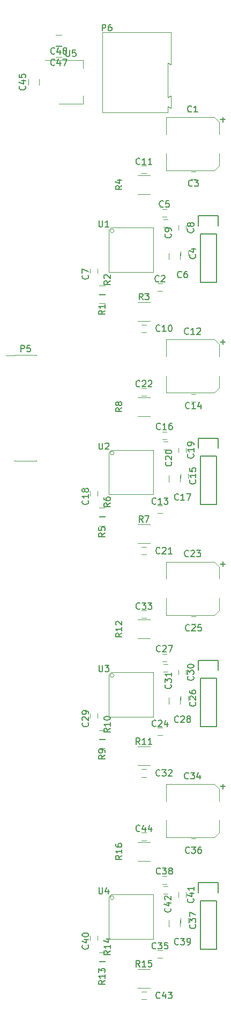
<source format=gbr>
G04 #@! TF.FileFunction,Legend,Top*
%FSLAX46Y46*%
G04 Gerber Fmt 4.6, Leading zero omitted, Abs format (unit mm)*
G04 Created by KiCad (PCBNEW 4.0.1-stable) date 07-10-2017 22:38:10*
%MOMM*%
G01*
G04 APERTURE LIST*
%ADD10C,0.100000*%
%ADD11C,0.120000*%
%ADD12C,0.150000*%
G04 APERTURE END LIST*
D10*
X251300000Y-254400000D02*
G75*
G03X251300000Y-254400000I-300000J0D01*
G01*
X250850000Y-253900000D02*
X250500000Y-254250000D01*
X250500000Y-260900000D02*
X250500000Y-254250000D01*
X257500000Y-260900000D02*
X250500000Y-260900000D01*
X257500000Y-253900000D02*
X257500000Y-260900000D01*
X250850000Y-253900000D02*
X257500000Y-253900000D01*
X251300000Y-219400000D02*
G75*
G03X251300000Y-219400000I-300000J0D01*
G01*
X250850000Y-218900000D02*
X250500000Y-219250000D01*
X250500000Y-225900000D02*
X250500000Y-219250000D01*
X257500000Y-225900000D02*
X250500000Y-225900000D01*
X257500000Y-218900000D02*
X257500000Y-225900000D01*
X250850000Y-218900000D02*
X257500000Y-218900000D01*
D11*
X235553000Y-168977000D02*
X239083000Y-168977000D01*
X235553000Y-185607000D02*
X239083000Y-185607000D01*
X234228000Y-169042000D02*
X235553000Y-169042000D01*
X235553000Y-168977000D02*
X235553000Y-169042000D01*
X239083000Y-168977000D02*
X239083000Y-169042000D01*
X235553000Y-185542000D02*
X235553000Y-185607000D01*
X239083000Y-185542000D02*
X239083000Y-185607000D01*
X258920500Y-251021500D02*
X259620500Y-251021500D01*
X259620500Y-252221500D02*
X258920500Y-252221500D01*
X258920500Y-216021500D02*
X259620500Y-216021500D01*
X259620500Y-217221500D02*
X258920500Y-217221500D01*
X258920500Y-181021500D02*
X259620500Y-181021500D01*
X259620500Y-182221500D02*
X258920500Y-182221500D01*
X255682000Y-244163500D02*
X256382000Y-244163500D01*
X256382000Y-245363500D02*
X255682000Y-245363500D01*
X255682000Y-209163500D02*
X256382000Y-209163500D01*
X256382000Y-210363500D02*
X255682000Y-210363500D01*
X255682000Y-174163500D02*
X256382000Y-174163500D01*
X256382000Y-175363500D02*
X255682000Y-175363500D01*
X257032000Y-248593000D02*
X255032000Y-248593000D01*
X255032000Y-245633000D02*
X257032000Y-245633000D01*
X257032000Y-213593000D02*
X255032000Y-213593000D01*
X255032000Y-210633000D02*
X257032000Y-210633000D01*
X257032000Y-178593000D02*
X255032000Y-178593000D01*
X255032000Y-175633000D02*
X257032000Y-175633000D01*
X264205200Y-246290600D02*
X263505200Y-246290600D01*
X263505200Y-245090600D02*
X264205200Y-245090600D01*
X264205200Y-211290600D02*
X263505200Y-211290600D01*
X263505200Y-210090600D02*
X264205200Y-210090600D01*
X264205200Y-176290600D02*
X263505200Y-176290600D01*
X263505200Y-175090600D02*
X264205200Y-175090600D01*
X259523500Y-236509500D02*
X259523500Y-239189500D01*
X259523500Y-244889500D02*
X259523500Y-242209500D01*
X267903500Y-244129500D02*
X267903500Y-242209500D01*
X267903500Y-237269500D02*
X267903500Y-239189500D01*
X259523500Y-236509500D02*
X267143500Y-236509500D01*
X267143500Y-236509500D02*
X267903500Y-237269500D01*
X267903500Y-244129500D02*
X267143500Y-244889500D01*
X267143500Y-244889500D02*
X259523500Y-244889500D01*
X259523500Y-201509500D02*
X259523500Y-204189500D01*
X259523500Y-209889500D02*
X259523500Y-207209500D01*
X267903500Y-209129500D02*
X267903500Y-207209500D01*
X267903500Y-202269500D02*
X267903500Y-204189500D01*
X259523500Y-201509500D02*
X267143500Y-201509500D01*
X267143500Y-201509500D02*
X267903500Y-202269500D01*
X267903500Y-209129500D02*
X267143500Y-209889500D01*
X267143500Y-209889500D02*
X259523500Y-209889500D01*
X259523500Y-166509500D02*
X259523500Y-169189500D01*
X259523500Y-174889500D02*
X259523500Y-172209500D01*
X267903500Y-174129500D02*
X267903500Y-172209500D01*
X267903500Y-167269500D02*
X267903500Y-169189500D01*
X259523500Y-166509500D02*
X267143500Y-166509500D01*
X267143500Y-166509500D02*
X267903500Y-167269500D01*
X267903500Y-174129500D02*
X267143500Y-174889500D01*
X267143500Y-174889500D02*
X259523500Y-174889500D01*
X248707200Y-260402800D02*
X248707200Y-261102800D01*
X247507200Y-261102800D02*
X247507200Y-260402800D01*
X248707200Y-225402800D02*
X248707200Y-226102800D01*
X247507200Y-226102800D02*
X247507200Y-225402800D01*
X248707200Y-190402800D02*
X248707200Y-191102800D01*
X247507200Y-191102800D02*
X247507200Y-190402800D01*
X255682000Y-269169800D02*
X256382000Y-269169800D01*
X256382000Y-270369800D02*
X255682000Y-270369800D01*
X255682000Y-234169800D02*
X256382000Y-234169800D01*
X256382000Y-235369800D02*
X255682000Y-235369800D01*
X255682000Y-199169800D02*
X256382000Y-199169800D01*
X256382000Y-200369800D02*
X255682000Y-200369800D01*
X257032000Y-268582800D02*
X255032000Y-268582800D01*
X255032000Y-265622800D02*
X257032000Y-265622800D01*
X257032000Y-233582800D02*
X255032000Y-233582800D01*
X255032000Y-230622800D02*
X257032000Y-230622800D01*
X257032000Y-198582800D02*
X255032000Y-198582800D01*
X255032000Y-195622800D02*
X257032000Y-195622800D01*
X249928000Y-264366500D02*
X248928000Y-264366500D01*
X248928000Y-263006500D02*
X249928000Y-263006500D01*
X249928000Y-229366500D02*
X248928000Y-229366500D01*
X248928000Y-228006500D02*
X249928000Y-228006500D01*
X249928000Y-194366500D02*
X248928000Y-194366500D01*
X248928000Y-193006500D02*
X249928000Y-193006500D01*
X249928000Y-265827000D02*
X248928000Y-265827000D01*
X248928000Y-264467000D02*
X249928000Y-264467000D01*
X249928000Y-230827000D02*
X248928000Y-230827000D01*
X248928000Y-229467000D02*
X249928000Y-229467000D01*
X249928000Y-195827000D02*
X248928000Y-195827000D01*
X248928000Y-194467000D02*
X249928000Y-194467000D01*
D10*
X251300000Y-184400000D02*
G75*
G03X251300000Y-184400000I-300000J0D01*
G01*
X250850000Y-183900000D02*
X250500000Y-184250000D01*
X250500000Y-190900000D02*
X250500000Y-184250000D01*
X257500000Y-190900000D02*
X250500000Y-190900000D01*
X257500000Y-183900000D02*
X257500000Y-190900000D01*
X250850000Y-183900000D02*
X257500000Y-183900000D01*
D12*
X264922000Y-254860000D02*
X264922000Y-262480000D01*
X267462000Y-254860000D02*
X267462000Y-262480000D01*
X267742000Y-252040000D02*
X267742000Y-253590000D01*
X264922000Y-262480000D02*
X267462000Y-262480000D01*
X267462000Y-254860000D02*
X264922000Y-254860000D01*
X264642000Y-253590000D02*
X264642000Y-252040000D01*
X264642000Y-252040000D02*
X267742000Y-252040000D01*
X264922000Y-219860000D02*
X264922000Y-227480000D01*
X267462000Y-219860000D02*
X267462000Y-227480000D01*
X267742000Y-217040000D02*
X267742000Y-218590000D01*
X264922000Y-227480000D02*
X267462000Y-227480000D01*
X267462000Y-219860000D02*
X264922000Y-219860000D01*
X264642000Y-218590000D02*
X264642000Y-217040000D01*
X264642000Y-217040000D02*
X267742000Y-217040000D01*
X264922000Y-184860000D02*
X264922000Y-192480000D01*
X267462000Y-184860000D02*
X267462000Y-192480000D01*
X267742000Y-182040000D02*
X267742000Y-183590000D01*
X264922000Y-192480000D02*
X267462000Y-192480000D01*
X267462000Y-184860000D02*
X264922000Y-184860000D01*
X264642000Y-183590000D02*
X264642000Y-182040000D01*
X264642000Y-182040000D02*
X267742000Y-182040000D01*
D11*
X261464500Y-254257500D02*
X261464500Y-253557500D01*
X262664500Y-253557500D02*
X262664500Y-254257500D01*
X261464500Y-219257500D02*
X261464500Y-218557500D01*
X262664500Y-218557500D02*
X262664500Y-219257500D01*
X261464500Y-184257500D02*
X261464500Y-183557500D01*
X262664500Y-183557500D02*
X262664500Y-184257500D01*
X258222000Y-262642000D02*
X258922000Y-262642000D01*
X258922000Y-263842000D02*
X258222000Y-263842000D01*
X258222000Y-227642000D02*
X258922000Y-227642000D01*
X258922000Y-228842000D02*
X258222000Y-228842000D01*
X258222000Y-192642000D02*
X258922000Y-192642000D01*
X258922000Y-193842000D02*
X258222000Y-193842000D01*
X261708000Y-258916000D02*
X261708000Y-257916000D01*
X260008000Y-257916000D02*
X260008000Y-258916000D01*
X261708000Y-223916000D02*
X261708000Y-222916000D01*
X260008000Y-222916000D02*
X260008000Y-223916000D01*
X261708000Y-188916000D02*
X261708000Y-187916000D01*
X260008000Y-187916000D02*
X260008000Y-188916000D01*
X263045500Y-257621500D02*
X263045500Y-258321500D01*
X261845500Y-258321500D02*
X261845500Y-257621500D01*
X263045500Y-222621500D02*
X263045500Y-223321500D01*
X261845500Y-223321500D02*
X261845500Y-222621500D01*
X263045500Y-187621500D02*
X263045500Y-188321500D01*
X261845500Y-188321500D02*
X261845500Y-187621500D01*
X259811000Y-253809000D02*
X259111000Y-253809000D01*
X259111000Y-252609000D02*
X259811000Y-252609000D01*
X259811000Y-218809000D02*
X259111000Y-218809000D01*
X259111000Y-217609000D02*
X259811000Y-217609000D01*
X259811000Y-183809000D02*
X259111000Y-183809000D01*
X259111000Y-182609000D02*
X259811000Y-182609000D01*
X246385000Y-129394000D02*
X246385000Y-128134000D01*
X246385000Y-122574000D02*
X246385000Y-123834000D01*
X242625000Y-129394000D02*
X246385000Y-129394000D01*
X240375000Y-122574000D02*
X246385000Y-122574000D01*
X257032000Y-163582800D02*
X255032000Y-163582800D01*
X255032000Y-160622800D02*
X257032000Y-160622800D01*
X255682000Y-164169800D02*
X256382000Y-164169800D01*
X256382000Y-165369800D02*
X255682000Y-165369800D01*
X249928000Y-159366500D02*
X248928000Y-159366500D01*
X248928000Y-158006500D02*
X249928000Y-158006500D01*
X259523500Y-131509500D02*
X259523500Y-134189500D01*
X259523500Y-139889500D02*
X259523500Y-137209500D01*
X267903500Y-139129500D02*
X267903500Y-137209500D01*
X267903500Y-132269500D02*
X267903500Y-134189500D01*
X259523500Y-131509500D02*
X267143500Y-131509500D01*
X267143500Y-131509500D02*
X267903500Y-132269500D01*
X267903500Y-139129500D02*
X267143500Y-139889500D01*
X267143500Y-139889500D02*
X259523500Y-139889500D01*
X258222000Y-157642000D02*
X258922000Y-157642000D01*
X258922000Y-158842000D02*
X258222000Y-158842000D01*
X264205200Y-141290600D02*
X263505200Y-141290600D01*
X263505200Y-140090600D02*
X264205200Y-140090600D01*
X258920500Y-146021500D02*
X259620500Y-146021500D01*
X259620500Y-147221500D02*
X258920500Y-147221500D01*
X248707200Y-155402800D02*
X248707200Y-156102800D01*
X247507200Y-156102800D02*
X247507200Y-155402800D01*
X255682000Y-139163500D02*
X256382000Y-139163500D01*
X256382000Y-140363500D02*
X255682000Y-140363500D01*
X249928000Y-160827000D02*
X248928000Y-160827000D01*
X248928000Y-159467000D02*
X249928000Y-159467000D01*
X257032000Y-143593000D02*
X255032000Y-143593000D01*
X255032000Y-140633000D02*
X257032000Y-140633000D01*
D10*
X251300000Y-149400000D02*
G75*
G03X251300000Y-149400000I-300000J0D01*
G01*
X250850000Y-148900000D02*
X250500000Y-149250000D01*
X250500000Y-155900000D02*
X250500000Y-149250000D01*
X257500000Y-155900000D02*
X250500000Y-155900000D01*
X257500000Y-148900000D02*
X257500000Y-155900000D01*
X250850000Y-148900000D02*
X257500000Y-148900000D01*
D11*
X263045500Y-152621500D02*
X263045500Y-153321500D01*
X261845500Y-153321500D02*
X261845500Y-152621500D01*
X261708000Y-153916000D02*
X261708000Y-152916000D01*
X260008000Y-152916000D02*
X260008000Y-153916000D01*
X261464500Y-149257500D02*
X261464500Y-148557500D01*
X262664500Y-148557500D02*
X262664500Y-149257500D01*
X259811000Y-148809000D02*
X259111000Y-148809000D01*
X259111000Y-147609000D02*
X259811000Y-147609000D01*
D12*
X264922000Y-149860000D02*
X264922000Y-157480000D01*
X267462000Y-149860000D02*
X267462000Y-157480000D01*
X267742000Y-147040000D02*
X267742000Y-148590000D01*
X264922000Y-157480000D02*
X267462000Y-157480000D01*
X267462000Y-149860000D02*
X264922000Y-149860000D01*
X264642000Y-148590000D02*
X264642000Y-147040000D01*
X264642000Y-147040000D02*
X267742000Y-147040000D01*
D11*
X237783000Y-125484000D02*
X237783000Y-126484000D01*
X239483000Y-126484000D02*
X239483000Y-125484000D01*
X249445000Y-118160000D02*
X249445000Y-130760000D01*
X249445000Y-130760000D02*
X259795000Y-130760000D01*
X259795000Y-130760000D02*
X259795000Y-129810000D01*
X259795000Y-129810000D02*
X260295000Y-130060000D01*
X260295000Y-130060000D02*
X260295000Y-128160000D01*
X260295000Y-128160000D02*
X260295000Y-128110000D01*
X260295000Y-128110000D02*
X259795000Y-128360000D01*
X259795000Y-128360000D02*
X259795000Y-122960000D01*
X259795000Y-122960000D02*
X260295000Y-123260000D01*
X260295000Y-123260000D02*
X260295000Y-118160000D01*
X260295000Y-118160000D02*
X249445000Y-118160000D01*
X242070000Y-122008000D02*
X243070000Y-122008000D01*
X243070000Y-120308000D02*
X242070000Y-120308000D01*
X242070000Y-120230000D02*
X243070000Y-120230000D01*
X243070000Y-118530000D02*
X242070000Y-118530000D01*
D12*
X248920095Y-252788381D02*
X248920095Y-253597905D01*
X248967714Y-253693143D01*
X249015333Y-253740762D01*
X249110571Y-253788381D01*
X249301048Y-253788381D01*
X249396286Y-253740762D01*
X249443905Y-253693143D01*
X249491524Y-253597905D01*
X249491524Y-252788381D01*
X250396286Y-253121714D02*
X250396286Y-253788381D01*
X250158190Y-252740762D02*
X249920095Y-253455048D01*
X250539143Y-253455048D01*
X248920095Y-217788381D02*
X248920095Y-218597905D01*
X248967714Y-218693143D01*
X249015333Y-218740762D01*
X249110571Y-218788381D01*
X249301048Y-218788381D01*
X249396286Y-218740762D01*
X249443905Y-218693143D01*
X249491524Y-218597905D01*
X249491524Y-217788381D01*
X249872476Y-217788381D02*
X250491524Y-217788381D01*
X250158190Y-218169333D01*
X250301048Y-218169333D01*
X250396286Y-218216952D01*
X250443905Y-218264571D01*
X250491524Y-218359810D01*
X250491524Y-218597905D01*
X250443905Y-218693143D01*
X250396286Y-218740762D01*
X250301048Y-218788381D01*
X250015333Y-218788381D01*
X249920095Y-218740762D01*
X249872476Y-218693143D01*
X236579905Y-168429381D02*
X236579905Y-167429381D01*
X236960858Y-167429381D01*
X237056096Y-167477000D01*
X237103715Y-167524619D01*
X237151334Y-167619857D01*
X237151334Y-167762714D01*
X237103715Y-167857952D01*
X237056096Y-167905571D01*
X236960858Y-167953190D01*
X236579905Y-167953190D01*
X238056096Y-167429381D02*
X237579905Y-167429381D01*
X237532286Y-167905571D01*
X237579905Y-167857952D01*
X237675143Y-167810333D01*
X237913239Y-167810333D01*
X238008477Y-167857952D01*
X238056096Y-167905571D01*
X238103715Y-168000810D01*
X238103715Y-168238905D01*
X238056096Y-168334143D01*
X238008477Y-168381762D01*
X237913239Y-168429381D01*
X237675143Y-168429381D01*
X237579905Y-168381762D01*
X237532286Y-168334143D01*
X258627643Y-250581643D02*
X258580024Y-250629262D01*
X258437167Y-250676881D01*
X258341929Y-250676881D01*
X258199071Y-250629262D01*
X258103833Y-250534024D01*
X258056214Y-250438786D01*
X258008595Y-250248310D01*
X258008595Y-250105452D01*
X258056214Y-249914976D01*
X258103833Y-249819738D01*
X258199071Y-249724500D01*
X258341929Y-249676881D01*
X258437167Y-249676881D01*
X258580024Y-249724500D01*
X258627643Y-249772119D01*
X258960976Y-249676881D02*
X259580024Y-249676881D01*
X259246690Y-250057833D01*
X259389548Y-250057833D01*
X259484786Y-250105452D01*
X259532405Y-250153071D01*
X259580024Y-250248310D01*
X259580024Y-250486405D01*
X259532405Y-250581643D01*
X259484786Y-250629262D01*
X259389548Y-250676881D01*
X259103833Y-250676881D01*
X259008595Y-250629262D01*
X258960976Y-250581643D01*
X260151452Y-250105452D02*
X260056214Y-250057833D01*
X260008595Y-250010214D01*
X259960976Y-249914976D01*
X259960976Y-249867357D01*
X260008595Y-249772119D01*
X260056214Y-249724500D01*
X260151452Y-249676881D01*
X260341929Y-249676881D01*
X260437167Y-249724500D01*
X260484786Y-249772119D01*
X260532405Y-249867357D01*
X260532405Y-249914976D01*
X260484786Y-250010214D01*
X260437167Y-250057833D01*
X260341929Y-250105452D01*
X260151452Y-250105452D01*
X260056214Y-250153071D01*
X260008595Y-250200690D01*
X259960976Y-250295929D01*
X259960976Y-250486405D01*
X260008595Y-250581643D01*
X260056214Y-250629262D01*
X260151452Y-250676881D01*
X260341929Y-250676881D01*
X260437167Y-250629262D01*
X260484786Y-250581643D01*
X260532405Y-250486405D01*
X260532405Y-250295929D01*
X260484786Y-250200690D01*
X260437167Y-250153071D01*
X260341929Y-250105452D01*
X258627643Y-215581643D02*
X258580024Y-215629262D01*
X258437167Y-215676881D01*
X258341929Y-215676881D01*
X258199071Y-215629262D01*
X258103833Y-215534024D01*
X258056214Y-215438786D01*
X258008595Y-215248310D01*
X258008595Y-215105452D01*
X258056214Y-214914976D01*
X258103833Y-214819738D01*
X258199071Y-214724500D01*
X258341929Y-214676881D01*
X258437167Y-214676881D01*
X258580024Y-214724500D01*
X258627643Y-214772119D01*
X259008595Y-214772119D02*
X259056214Y-214724500D01*
X259151452Y-214676881D01*
X259389548Y-214676881D01*
X259484786Y-214724500D01*
X259532405Y-214772119D01*
X259580024Y-214867357D01*
X259580024Y-214962595D01*
X259532405Y-215105452D01*
X258960976Y-215676881D01*
X259580024Y-215676881D01*
X259913357Y-214676881D02*
X260580024Y-214676881D01*
X260151452Y-215676881D01*
X258627643Y-180581643D02*
X258580024Y-180629262D01*
X258437167Y-180676881D01*
X258341929Y-180676881D01*
X258199071Y-180629262D01*
X258103833Y-180534024D01*
X258056214Y-180438786D01*
X258008595Y-180248310D01*
X258008595Y-180105452D01*
X258056214Y-179914976D01*
X258103833Y-179819738D01*
X258199071Y-179724500D01*
X258341929Y-179676881D01*
X258437167Y-179676881D01*
X258580024Y-179724500D01*
X258627643Y-179772119D01*
X259580024Y-180676881D02*
X259008595Y-180676881D01*
X259294309Y-180676881D02*
X259294309Y-179676881D01*
X259199071Y-179819738D01*
X259103833Y-179914976D01*
X259008595Y-179962595D01*
X260437167Y-179676881D02*
X260246690Y-179676881D01*
X260151452Y-179724500D01*
X260103833Y-179772119D01*
X260008595Y-179914976D01*
X259960976Y-180105452D01*
X259960976Y-180486405D01*
X260008595Y-180581643D01*
X260056214Y-180629262D01*
X260151452Y-180676881D01*
X260341929Y-180676881D01*
X260437167Y-180629262D01*
X260484786Y-180581643D01*
X260532405Y-180486405D01*
X260532405Y-180248310D01*
X260484786Y-180153071D01*
X260437167Y-180105452D01*
X260341929Y-180057833D01*
X260151452Y-180057833D01*
X260056214Y-180105452D01*
X260008595Y-180153071D01*
X259960976Y-180248310D01*
X255389143Y-243870643D02*
X255341524Y-243918262D01*
X255198667Y-243965881D01*
X255103429Y-243965881D01*
X254960571Y-243918262D01*
X254865333Y-243823024D01*
X254817714Y-243727786D01*
X254770095Y-243537310D01*
X254770095Y-243394452D01*
X254817714Y-243203976D01*
X254865333Y-243108738D01*
X254960571Y-243013500D01*
X255103429Y-242965881D01*
X255198667Y-242965881D01*
X255341524Y-243013500D01*
X255389143Y-243061119D01*
X256246286Y-243299214D02*
X256246286Y-243965881D01*
X256008190Y-242918262D02*
X255770095Y-243632548D01*
X256389143Y-243632548D01*
X257198667Y-243299214D02*
X257198667Y-243965881D01*
X256960571Y-242918262D02*
X256722476Y-243632548D01*
X257341524Y-243632548D01*
X255389143Y-208870643D02*
X255341524Y-208918262D01*
X255198667Y-208965881D01*
X255103429Y-208965881D01*
X254960571Y-208918262D01*
X254865333Y-208823024D01*
X254817714Y-208727786D01*
X254770095Y-208537310D01*
X254770095Y-208394452D01*
X254817714Y-208203976D01*
X254865333Y-208108738D01*
X254960571Y-208013500D01*
X255103429Y-207965881D01*
X255198667Y-207965881D01*
X255341524Y-208013500D01*
X255389143Y-208061119D01*
X255722476Y-207965881D02*
X256341524Y-207965881D01*
X256008190Y-208346833D01*
X256151048Y-208346833D01*
X256246286Y-208394452D01*
X256293905Y-208442071D01*
X256341524Y-208537310D01*
X256341524Y-208775405D01*
X256293905Y-208870643D01*
X256246286Y-208918262D01*
X256151048Y-208965881D01*
X255865333Y-208965881D01*
X255770095Y-208918262D01*
X255722476Y-208870643D01*
X256674857Y-207965881D02*
X257293905Y-207965881D01*
X256960571Y-208346833D01*
X257103429Y-208346833D01*
X257198667Y-208394452D01*
X257246286Y-208442071D01*
X257293905Y-208537310D01*
X257293905Y-208775405D01*
X257246286Y-208870643D01*
X257198667Y-208918262D01*
X257103429Y-208965881D01*
X256817714Y-208965881D01*
X256722476Y-208918262D01*
X256674857Y-208870643D01*
X255389143Y-173870643D02*
X255341524Y-173918262D01*
X255198667Y-173965881D01*
X255103429Y-173965881D01*
X254960571Y-173918262D01*
X254865333Y-173823024D01*
X254817714Y-173727786D01*
X254770095Y-173537310D01*
X254770095Y-173394452D01*
X254817714Y-173203976D01*
X254865333Y-173108738D01*
X254960571Y-173013500D01*
X255103429Y-172965881D01*
X255198667Y-172965881D01*
X255341524Y-173013500D01*
X255389143Y-173061119D01*
X255770095Y-173061119D02*
X255817714Y-173013500D01*
X255912952Y-172965881D01*
X256151048Y-172965881D01*
X256246286Y-173013500D01*
X256293905Y-173061119D01*
X256341524Y-173156357D01*
X256341524Y-173251595D01*
X256293905Y-173394452D01*
X255722476Y-173965881D01*
X256341524Y-173965881D01*
X256722476Y-173061119D02*
X256770095Y-173013500D01*
X256865333Y-172965881D01*
X257103429Y-172965881D01*
X257198667Y-173013500D01*
X257246286Y-173061119D01*
X257293905Y-173156357D01*
X257293905Y-173251595D01*
X257246286Y-173394452D01*
X256674857Y-173965881D01*
X257293905Y-173965881D01*
X252547381Y-247755857D02*
X252071190Y-248089191D01*
X252547381Y-248327286D02*
X251547381Y-248327286D01*
X251547381Y-247946333D01*
X251595000Y-247851095D01*
X251642619Y-247803476D01*
X251737857Y-247755857D01*
X251880714Y-247755857D01*
X251975952Y-247803476D01*
X252023571Y-247851095D01*
X252071190Y-247946333D01*
X252071190Y-248327286D01*
X252547381Y-246803476D02*
X252547381Y-247374905D01*
X252547381Y-247089191D02*
X251547381Y-247089191D01*
X251690238Y-247184429D01*
X251785476Y-247279667D01*
X251833095Y-247374905D01*
X251547381Y-245946333D02*
X251547381Y-246136810D01*
X251595000Y-246232048D01*
X251642619Y-246279667D01*
X251785476Y-246374905D01*
X251975952Y-246422524D01*
X252356905Y-246422524D01*
X252452143Y-246374905D01*
X252499762Y-246327286D01*
X252547381Y-246232048D01*
X252547381Y-246041571D01*
X252499762Y-245946333D01*
X252452143Y-245898714D01*
X252356905Y-245851095D01*
X252118810Y-245851095D01*
X252023571Y-245898714D01*
X251975952Y-245946333D01*
X251928333Y-246041571D01*
X251928333Y-246232048D01*
X251975952Y-246327286D01*
X252023571Y-246374905D01*
X252118810Y-246422524D01*
X252547381Y-212755857D02*
X252071190Y-213089191D01*
X252547381Y-213327286D02*
X251547381Y-213327286D01*
X251547381Y-212946333D01*
X251595000Y-212851095D01*
X251642619Y-212803476D01*
X251737857Y-212755857D01*
X251880714Y-212755857D01*
X251975952Y-212803476D01*
X252023571Y-212851095D01*
X252071190Y-212946333D01*
X252071190Y-213327286D01*
X252547381Y-211803476D02*
X252547381Y-212374905D01*
X252547381Y-212089191D02*
X251547381Y-212089191D01*
X251690238Y-212184429D01*
X251785476Y-212279667D01*
X251833095Y-212374905D01*
X251642619Y-211422524D02*
X251595000Y-211374905D01*
X251547381Y-211279667D01*
X251547381Y-211041571D01*
X251595000Y-210946333D01*
X251642619Y-210898714D01*
X251737857Y-210851095D01*
X251833095Y-210851095D01*
X251975952Y-210898714D01*
X252547381Y-211470143D01*
X252547381Y-210851095D01*
X252547381Y-177279666D02*
X252071190Y-177613000D01*
X252547381Y-177851095D02*
X251547381Y-177851095D01*
X251547381Y-177470142D01*
X251595000Y-177374904D01*
X251642619Y-177327285D01*
X251737857Y-177279666D01*
X251880714Y-177279666D01*
X251975952Y-177327285D01*
X252023571Y-177374904D01*
X252071190Y-177470142D01*
X252071190Y-177851095D01*
X251975952Y-176708238D02*
X251928333Y-176803476D01*
X251880714Y-176851095D01*
X251785476Y-176898714D01*
X251737857Y-176898714D01*
X251642619Y-176851095D01*
X251595000Y-176803476D01*
X251547381Y-176708238D01*
X251547381Y-176517761D01*
X251595000Y-176422523D01*
X251642619Y-176374904D01*
X251737857Y-176327285D01*
X251785476Y-176327285D01*
X251880714Y-176374904D01*
X251928333Y-176422523D01*
X251975952Y-176517761D01*
X251975952Y-176708238D01*
X252023571Y-176803476D01*
X252071190Y-176851095D01*
X252166429Y-176898714D01*
X252356905Y-176898714D01*
X252452143Y-176851095D01*
X252499762Y-176803476D01*
X252547381Y-176708238D01*
X252547381Y-176517761D01*
X252499762Y-176422523D01*
X252452143Y-176374904D01*
X252356905Y-176327285D01*
X252166429Y-176327285D01*
X252071190Y-176374904D01*
X252023571Y-176422523D01*
X251975952Y-176517761D01*
X263212343Y-247297743D02*
X263164724Y-247345362D01*
X263021867Y-247392981D01*
X262926629Y-247392981D01*
X262783771Y-247345362D01*
X262688533Y-247250124D01*
X262640914Y-247154886D01*
X262593295Y-246964410D01*
X262593295Y-246821552D01*
X262640914Y-246631076D01*
X262688533Y-246535838D01*
X262783771Y-246440600D01*
X262926629Y-246392981D01*
X263021867Y-246392981D01*
X263164724Y-246440600D01*
X263212343Y-246488219D01*
X263545676Y-246392981D02*
X264164724Y-246392981D01*
X263831390Y-246773933D01*
X263974248Y-246773933D01*
X264069486Y-246821552D01*
X264117105Y-246869171D01*
X264164724Y-246964410D01*
X264164724Y-247202505D01*
X264117105Y-247297743D01*
X264069486Y-247345362D01*
X263974248Y-247392981D01*
X263688533Y-247392981D01*
X263593295Y-247345362D01*
X263545676Y-247297743D01*
X265021867Y-246392981D02*
X264831390Y-246392981D01*
X264736152Y-246440600D01*
X264688533Y-246488219D01*
X264593295Y-246631076D01*
X264545676Y-246821552D01*
X264545676Y-247202505D01*
X264593295Y-247297743D01*
X264640914Y-247345362D01*
X264736152Y-247392981D01*
X264926629Y-247392981D01*
X265021867Y-247345362D01*
X265069486Y-247297743D01*
X265117105Y-247202505D01*
X265117105Y-246964410D01*
X265069486Y-246869171D01*
X265021867Y-246821552D01*
X264926629Y-246773933D01*
X264736152Y-246773933D01*
X264640914Y-246821552D01*
X264593295Y-246869171D01*
X264545676Y-246964410D01*
X263212343Y-212297743D02*
X263164724Y-212345362D01*
X263021867Y-212392981D01*
X262926629Y-212392981D01*
X262783771Y-212345362D01*
X262688533Y-212250124D01*
X262640914Y-212154886D01*
X262593295Y-211964410D01*
X262593295Y-211821552D01*
X262640914Y-211631076D01*
X262688533Y-211535838D01*
X262783771Y-211440600D01*
X262926629Y-211392981D01*
X263021867Y-211392981D01*
X263164724Y-211440600D01*
X263212343Y-211488219D01*
X263593295Y-211488219D02*
X263640914Y-211440600D01*
X263736152Y-211392981D01*
X263974248Y-211392981D01*
X264069486Y-211440600D01*
X264117105Y-211488219D01*
X264164724Y-211583457D01*
X264164724Y-211678695D01*
X264117105Y-211821552D01*
X263545676Y-212392981D01*
X264164724Y-212392981D01*
X265069486Y-211392981D02*
X264593295Y-211392981D01*
X264545676Y-211869171D01*
X264593295Y-211821552D01*
X264688533Y-211773933D01*
X264926629Y-211773933D01*
X265021867Y-211821552D01*
X265069486Y-211869171D01*
X265117105Y-211964410D01*
X265117105Y-212202505D01*
X265069486Y-212297743D01*
X265021867Y-212345362D01*
X264926629Y-212392981D01*
X264688533Y-212392981D01*
X264593295Y-212345362D01*
X264545676Y-212297743D01*
X263212343Y-177297743D02*
X263164724Y-177345362D01*
X263021867Y-177392981D01*
X262926629Y-177392981D01*
X262783771Y-177345362D01*
X262688533Y-177250124D01*
X262640914Y-177154886D01*
X262593295Y-176964410D01*
X262593295Y-176821552D01*
X262640914Y-176631076D01*
X262688533Y-176535838D01*
X262783771Y-176440600D01*
X262926629Y-176392981D01*
X263021867Y-176392981D01*
X263164724Y-176440600D01*
X263212343Y-176488219D01*
X264164724Y-177392981D02*
X263593295Y-177392981D01*
X263879009Y-177392981D02*
X263879009Y-176392981D01*
X263783771Y-176535838D01*
X263688533Y-176631076D01*
X263593295Y-176678695D01*
X265021867Y-176726314D02*
X265021867Y-177392981D01*
X264783771Y-176345362D02*
X264545676Y-177059648D01*
X265164724Y-177059648D01*
X263070643Y-235606643D02*
X263023024Y-235654262D01*
X262880167Y-235701881D01*
X262784929Y-235701881D01*
X262642071Y-235654262D01*
X262546833Y-235559024D01*
X262499214Y-235463786D01*
X262451595Y-235273310D01*
X262451595Y-235130452D01*
X262499214Y-234939976D01*
X262546833Y-234844738D01*
X262642071Y-234749500D01*
X262784929Y-234701881D01*
X262880167Y-234701881D01*
X263023024Y-234749500D01*
X263070643Y-234797119D01*
X263403976Y-234701881D02*
X264023024Y-234701881D01*
X263689690Y-235082833D01*
X263832548Y-235082833D01*
X263927786Y-235130452D01*
X263975405Y-235178071D01*
X264023024Y-235273310D01*
X264023024Y-235511405D01*
X263975405Y-235606643D01*
X263927786Y-235654262D01*
X263832548Y-235701881D01*
X263546833Y-235701881D01*
X263451595Y-235654262D01*
X263403976Y-235606643D01*
X264880167Y-235035214D02*
X264880167Y-235701881D01*
X264642071Y-234654262D02*
X264403976Y-235368548D01*
X265023024Y-235368548D01*
X268112548Y-236870929D02*
X268874453Y-236870929D01*
X268493501Y-237251881D02*
X268493501Y-236489976D01*
X263070643Y-200606643D02*
X263023024Y-200654262D01*
X262880167Y-200701881D01*
X262784929Y-200701881D01*
X262642071Y-200654262D01*
X262546833Y-200559024D01*
X262499214Y-200463786D01*
X262451595Y-200273310D01*
X262451595Y-200130452D01*
X262499214Y-199939976D01*
X262546833Y-199844738D01*
X262642071Y-199749500D01*
X262784929Y-199701881D01*
X262880167Y-199701881D01*
X263023024Y-199749500D01*
X263070643Y-199797119D01*
X263451595Y-199797119D02*
X263499214Y-199749500D01*
X263594452Y-199701881D01*
X263832548Y-199701881D01*
X263927786Y-199749500D01*
X263975405Y-199797119D01*
X264023024Y-199892357D01*
X264023024Y-199987595D01*
X263975405Y-200130452D01*
X263403976Y-200701881D01*
X264023024Y-200701881D01*
X264356357Y-199701881D02*
X264975405Y-199701881D01*
X264642071Y-200082833D01*
X264784929Y-200082833D01*
X264880167Y-200130452D01*
X264927786Y-200178071D01*
X264975405Y-200273310D01*
X264975405Y-200511405D01*
X264927786Y-200606643D01*
X264880167Y-200654262D01*
X264784929Y-200701881D01*
X264499214Y-200701881D01*
X264403976Y-200654262D01*
X264356357Y-200606643D01*
X268112548Y-201870929D02*
X268874453Y-201870929D01*
X268493501Y-202251881D02*
X268493501Y-201489976D01*
X263070643Y-165606643D02*
X263023024Y-165654262D01*
X262880167Y-165701881D01*
X262784929Y-165701881D01*
X262642071Y-165654262D01*
X262546833Y-165559024D01*
X262499214Y-165463786D01*
X262451595Y-165273310D01*
X262451595Y-165130452D01*
X262499214Y-164939976D01*
X262546833Y-164844738D01*
X262642071Y-164749500D01*
X262784929Y-164701881D01*
X262880167Y-164701881D01*
X263023024Y-164749500D01*
X263070643Y-164797119D01*
X264023024Y-165701881D02*
X263451595Y-165701881D01*
X263737309Y-165701881D02*
X263737309Y-164701881D01*
X263642071Y-164844738D01*
X263546833Y-164939976D01*
X263451595Y-164987595D01*
X264403976Y-164797119D02*
X264451595Y-164749500D01*
X264546833Y-164701881D01*
X264784929Y-164701881D01*
X264880167Y-164749500D01*
X264927786Y-164797119D01*
X264975405Y-164892357D01*
X264975405Y-164987595D01*
X264927786Y-165130452D01*
X264356357Y-165701881D01*
X264975405Y-165701881D01*
X268112548Y-166870929D02*
X268874453Y-166870929D01*
X268493501Y-167251881D02*
X268493501Y-166489976D01*
X247181643Y-261852857D02*
X247229262Y-261900476D01*
X247276881Y-262043333D01*
X247276881Y-262138571D01*
X247229262Y-262281429D01*
X247134024Y-262376667D01*
X247038786Y-262424286D01*
X246848310Y-262471905D01*
X246705452Y-262471905D01*
X246514976Y-262424286D01*
X246419738Y-262376667D01*
X246324500Y-262281429D01*
X246276881Y-262138571D01*
X246276881Y-262043333D01*
X246324500Y-261900476D01*
X246372119Y-261852857D01*
X246610214Y-260995714D02*
X247276881Y-260995714D01*
X246229262Y-261233810D02*
X246943548Y-261471905D01*
X246943548Y-260852857D01*
X246276881Y-260281429D02*
X246276881Y-260186190D01*
X246324500Y-260090952D01*
X246372119Y-260043333D01*
X246467357Y-259995714D01*
X246657833Y-259948095D01*
X246895929Y-259948095D01*
X247086405Y-259995714D01*
X247181643Y-260043333D01*
X247229262Y-260090952D01*
X247276881Y-260186190D01*
X247276881Y-260281429D01*
X247229262Y-260376667D01*
X247181643Y-260424286D01*
X247086405Y-260471905D01*
X246895929Y-260519524D01*
X246657833Y-260519524D01*
X246467357Y-260471905D01*
X246372119Y-260424286D01*
X246324500Y-260376667D01*
X246276881Y-260281429D01*
X247181643Y-226852857D02*
X247229262Y-226900476D01*
X247276881Y-227043333D01*
X247276881Y-227138571D01*
X247229262Y-227281429D01*
X247134024Y-227376667D01*
X247038786Y-227424286D01*
X246848310Y-227471905D01*
X246705452Y-227471905D01*
X246514976Y-227424286D01*
X246419738Y-227376667D01*
X246324500Y-227281429D01*
X246276881Y-227138571D01*
X246276881Y-227043333D01*
X246324500Y-226900476D01*
X246372119Y-226852857D01*
X246372119Y-226471905D02*
X246324500Y-226424286D01*
X246276881Y-226329048D01*
X246276881Y-226090952D01*
X246324500Y-225995714D01*
X246372119Y-225948095D01*
X246467357Y-225900476D01*
X246562595Y-225900476D01*
X246705452Y-225948095D01*
X247276881Y-226519524D01*
X247276881Y-225900476D01*
X247276881Y-225424286D02*
X247276881Y-225233810D01*
X247229262Y-225138571D01*
X247181643Y-225090952D01*
X247038786Y-224995714D01*
X246848310Y-224948095D01*
X246467357Y-224948095D01*
X246372119Y-224995714D01*
X246324500Y-225043333D01*
X246276881Y-225138571D01*
X246276881Y-225329048D01*
X246324500Y-225424286D01*
X246372119Y-225471905D01*
X246467357Y-225519524D01*
X246705452Y-225519524D01*
X246800690Y-225471905D01*
X246848310Y-225424286D01*
X246895929Y-225329048D01*
X246895929Y-225138571D01*
X246848310Y-225043333D01*
X246800690Y-224995714D01*
X246705452Y-224948095D01*
X247181643Y-191852857D02*
X247229262Y-191900476D01*
X247276881Y-192043333D01*
X247276881Y-192138571D01*
X247229262Y-192281429D01*
X247134024Y-192376667D01*
X247038786Y-192424286D01*
X246848310Y-192471905D01*
X246705452Y-192471905D01*
X246514976Y-192424286D01*
X246419738Y-192376667D01*
X246324500Y-192281429D01*
X246276881Y-192138571D01*
X246276881Y-192043333D01*
X246324500Y-191900476D01*
X246372119Y-191852857D01*
X247276881Y-190900476D02*
X247276881Y-191471905D01*
X247276881Y-191186191D02*
X246276881Y-191186191D01*
X246419738Y-191281429D01*
X246514976Y-191376667D01*
X246562595Y-191471905D01*
X246705452Y-190329048D02*
X246657833Y-190424286D01*
X246610214Y-190471905D01*
X246514976Y-190519524D01*
X246467357Y-190519524D01*
X246372119Y-190471905D01*
X246324500Y-190424286D01*
X246276881Y-190329048D01*
X246276881Y-190138571D01*
X246324500Y-190043333D01*
X246372119Y-189995714D01*
X246467357Y-189948095D01*
X246514976Y-189948095D01*
X246610214Y-189995714D01*
X246657833Y-190043333D01*
X246705452Y-190138571D01*
X246705452Y-190329048D01*
X246753071Y-190424286D01*
X246800690Y-190471905D01*
X246895929Y-190519524D01*
X247086405Y-190519524D01*
X247181643Y-190471905D01*
X247229262Y-190424286D01*
X247276881Y-190329048D01*
X247276881Y-190138571D01*
X247229262Y-190043333D01*
X247181643Y-189995714D01*
X247086405Y-189948095D01*
X246895929Y-189948095D01*
X246800690Y-189995714D01*
X246753071Y-190043333D01*
X246705452Y-190138571D01*
X258564143Y-270139643D02*
X258516524Y-270187262D01*
X258373667Y-270234881D01*
X258278429Y-270234881D01*
X258135571Y-270187262D01*
X258040333Y-270092024D01*
X257992714Y-269996786D01*
X257945095Y-269806310D01*
X257945095Y-269663452D01*
X257992714Y-269472976D01*
X258040333Y-269377738D01*
X258135571Y-269282500D01*
X258278429Y-269234881D01*
X258373667Y-269234881D01*
X258516524Y-269282500D01*
X258564143Y-269330119D01*
X259421286Y-269568214D02*
X259421286Y-270234881D01*
X259183190Y-269187262D02*
X258945095Y-269901548D01*
X259564143Y-269901548D01*
X259849857Y-269234881D02*
X260468905Y-269234881D01*
X260135571Y-269615833D01*
X260278429Y-269615833D01*
X260373667Y-269663452D01*
X260421286Y-269711071D01*
X260468905Y-269806310D01*
X260468905Y-270044405D01*
X260421286Y-270139643D01*
X260373667Y-270187262D01*
X260278429Y-270234881D01*
X259992714Y-270234881D01*
X259897476Y-270187262D01*
X259849857Y-270139643D01*
X258564143Y-235139643D02*
X258516524Y-235187262D01*
X258373667Y-235234881D01*
X258278429Y-235234881D01*
X258135571Y-235187262D01*
X258040333Y-235092024D01*
X257992714Y-234996786D01*
X257945095Y-234806310D01*
X257945095Y-234663452D01*
X257992714Y-234472976D01*
X258040333Y-234377738D01*
X258135571Y-234282500D01*
X258278429Y-234234881D01*
X258373667Y-234234881D01*
X258516524Y-234282500D01*
X258564143Y-234330119D01*
X258897476Y-234234881D02*
X259516524Y-234234881D01*
X259183190Y-234615833D01*
X259326048Y-234615833D01*
X259421286Y-234663452D01*
X259468905Y-234711071D01*
X259516524Y-234806310D01*
X259516524Y-235044405D01*
X259468905Y-235139643D01*
X259421286Y-235187262D01*
X259326048Y-235234881D01*
X259040333Y-235234881D01*
X258945095Y-235187262D01*
X258897476Y-235139643D01*
X259897476Y-234330119D02*
X259945095Y-234282500D01*
X260040333Y-234234881D01*
X260278429Y-234234881D01*
X260373667Y-234282500D01*
X260421286Y-234330119D01*
X260468905Y-234425357D01*
X260468905Y-234520595D01*
X260421286Y-234663452D01*
X259849857Y-235234881D01*
X260468905Y-235234881D01*
X258564143Y-200139643D02*
X258516524Y-200187262D01*
X258373667Y-200234881D01*
X258278429Y-200234881D01*
X258135571Y-200187262D01*
X258040333Y-200092024D01*
X257992714Y-199996786D01*
X257945095Y-199806310D01*
X257945095Y-199663452D01*
X257992714Y-199472976D01*
X258040333Y-199377738D01*
X258135571Y-199282500D01*
X258278429Y-199234881D01*
X258373667Y-199234881D01*
X258516524Y-199282500D01*
X258564143Y-199330119D01*
X258945095Y-199330119D02*
X258992714Y-199282500D01*
X259087952Y-199234881D01*
X259326048Y-199234881D01*
X259421286Y-199282500D01*
X259468905Y-199330119D01*
X259516524Y-199425357D01*
X259516524Y-199520595D01*
X259468905Y-199663452D01*
X258897476Y-200234881D01*
X259516524Y-200234881D01*
X260468905Y-200234881D02*
X259897476Y-200234881D01*
X260183190Y-200234881D02*
X260183190Y-199234881D01*
X260087952Y-199377738D01*
X259992714Y-199472976D01*
X259897476Y-199520595D01*
X255389143Y-265255181D02*
X255055809Y-264778990D01*
X254817714Y-265255181D02*
X254817714Y-264255181D01*
X255198667Y-264255181D01*
X255293905Y-264302800D01*
X255341524Y-264350419D01*
X255389143Y-264445657D01*
X255389143Y-264588514D01*
X255341524Y-264683752D01*
X255293905Y-264731371D01*
X255198667Y-264778990D01*
X254817714Y-264778990D01*
X256341524Y-265255181D02*
X255770095Y-265255181D01*
X256055809Y-265255181D02*
X256055809Y-264255181D01*
X255960571Y-264398038D01*
X255865333Y-264493276D01*
X255770095Y-264540895D01*
X257246286Y-264255181D02*
X256770095Y-264255181D01*
X256722476Y-264731371D01*
X256770095Y-264683752D01*
X256865333Y-264636133D01*
X257103429Y-264636133D01*
X257198667Y-264683752D01*
X257246286Y-264731371D01*
X257293905Y-264826610D01*
X257293905Y-265064705D01*
X257246286Y-265159943D01*
X257198667Y-265207562D01*
X257103429Y-265255181D01*
X256865333Y-265255181D01*
X256770095Y-265207562D01*
X256722476Y-265159943D01*
X255389143Y-230255181D02*
X255055809Y-229778990D01*
X254817714Y-230255181D02*
X254817714Y-229255181D01*
X255198667Y-229255181D01*
X255293905Y-229302800D01*
X255341524Y-229350419D01*
X255389143Y-229445657D01*
X255389143Y-229588514D01*
X255341524Y-229683752D01*
X255293905Y-229731371D01*
X255198667Y-229778990D01*
X254817714Y-229778990D01*
X256341524Y-230255181D02*
X255770095Y-230255181D01*
X256055809Y-230255181D02*
X256055809Y-229255181D01*
X255960571Y-229398038D01*
X255865333Y-229493276D01*
X255770095Y-229540895D01*
X257293905Y-230255181D02*
X256722476Y-230255181D01*
X257008190Y-230255181D02*
X257008190Y-229255181D01*
X256912952Y-229398038D01*
X256817714Y-229493276D01*
X256722476Y-229540895D01*
X255865334Y-195255181D02*
X255532000Y-194778990D01*
X255293905Y-195255181D02*
X255293905Y-194255181D01*
X255674858Y-194255181D01*
X255770096Y-194302800D01*
X255817715Y-194350419D01*
X255865334Y-194445657D01*
X255865334Y-194588514D01*
X255817715Y-194683752D01*
X255770096Y-194731371D01*
X255674858Y-194778990D01*
X255293905Y-194778990D01*
X256198667Y-194255181D02*
X256865334Y-194255181D01*
X256436762Y-195255181D01*
X250705881Y-262741857D02*
X250229690Y-263075191D01*
X250705881Y-263313286D02*
X249705881Y-263313286D01*
X249705881Y-262932333D01*
X249753500Y-262837095D01*
X249801119Y-262789476D01*
X249896357Y-262741857D01*
X250039214Y-262741857D01*
X250134452Y-262789476D01*
X250182071Y-262837095D01*
X250229690Y-262932333D01*
X250229690Y-263313286D01*
X250705881Y-261789476D02*
X250705881Y-262360905D01*
X250705881Y-262075191D02*
X249705881Y-262075191D01*
X249848738Y-262170429D01*
X249943976Y-262265667D01*
X249991595Y-262360905D01*
X250039214Y-260932333D02*
X250705881Y-260932333D01*
X249658262Y-261170429D02*
X250372548Y-261408524D01*
X250372548Y-260789476D01*
X250705881Y-227741857D02*
X250229690Y-228075191D01*
X250705881Y-228313286D02*
X249705881Y-228313286D01*
X249705881Y-227932333D01*
X249753500Y-227837095D01*
X249801119Y-227789476D01*
X249896357Y-227741857D01*
X250039214Y-227741857D01*
X250134452Y-227789476D01*
X250182071Y-227837095D01*
X250229690Y-227932333D01*
X250229690Y-228313286D01*
X250705881Y-226789476D02*
X250705881Y-227360905D01*
X250705881Y-227075191D02*
X249705881Y-227075191D01*
X249848738Y-227170429D01*
X249943976Y-227265667D01*
X249991595Y-227360905D01*
X249705881Y-226170429D02*
X249705881Y-226075190D01*
X249753500Y-225979952D01*
X249801119Y-225932333D01*
X249896357Y-225884714D01*
X250086833Y-225837095D01*
X250324929Y-225837095D01*
X250515405Y-225884714D01*
X250610643Y-225932333D01*
X250658262Y-225979952D01*
X250705881Y-226075190D01*
X250705881Y-226170429D01*
X250658262Y-226265667D01*
X250610643Y-226313286D01*
X250515405Y-226360905D01*
X250324929Y-226408524D01*
X250086833Y-226408524D01*
X249896357Y-226360905D01*
X249801119Y-226313286D01*
X249753500Y-226265667D01*
X249705881Y-226170429D01*
X250705881Y-192265666D02*
X250229690Y-192599000D01*
X250705881Y-192837095D02*
X249705881Y-192837095D01*
X249705881Y-192456142D01*
X249753500Y-192360904D01*
X249801119Y-192313285D01*
X249896357Y-192265666D01*
X250039214Y-192265666D01*
X250134452Y-192313285D01*
X250182071Y-192360904D01*
X250229690Y-192456142D01*
X250229690Y-192837095D01*
X249705881Y-191408523D02*
X249705881Y-191599000D01*
X249753500Y-191694238D01*
X249801119Y-191741857D01*
X249943976Y-191837095D01*
X250134452Y-191884714D01*
X250515405Y-191884714D01*
X250610643Y-191837095D01*
X250658262Y-191789476D01*
X250705881Y-191694238D01*
X250705881Y-191503761D01*
X250658262Y-191408523D01*
X250610643Y-191360904D01*
X250515405Y-191313285D01*
X250277310Y-191313285D01*
X250182071Y-191360904D01*
X250134452Y-191408523D01*
X250086833Y-191503761D01*
X250086833Y-191694238D01*
X250134452Y-191789476D01*
X250182071Y-191837095D01*
X250277310Y-191884714D01*
X249880381Y-267440857D02*
X249404190Y-267774191D01*
X249880381Y-268012286D02*
X248880381Y-268012286D01*
X248880381Y-267631333D01*
X248928000Y-267536095D01*
X248975619Y-267488476D01*
X249070857Y-267440857D01*
X249213714Y-267440857D01*
X249308952Y-267488476D01*
X249356571Y-267536095D01*
X249404190Y-267631333D01*
X249404190Y-268012286D01*
X249880381Y-266488476D02*
X249880381Y-267059905D01*
X249880381Y-266774191D02*
X248880381Y-266774191D01*
X249023238Y-266869429D01*
X249118476Y-266964667D01*
X249166095Y-267059905D01*
X248880381Y-266155143D02*
X248880381Y-265536095D01*
X249261333Y-265869429D01*
X249261333Y-265726571D01*
X249308952Y-265631333D01*
X249356571Y-265583714D01*
X249451810Y-265536095D01*
X249689905Y-265536095D01*
X249785143Y-265583714D01*
X249832762Y-265631333D01*
X249880381Y-265726571D01*
X249880381Y-266012286D01*
X249832762Y-266107524D01*
X249785143Y-266155143D01*
X249880381Y-231964666D02*
X249404190Y-232298000D01*
X249880381Y-232536095D02*
X248880381Y-232536095D01*
X248880381Y-232155142D01*
X248928000Y-232059904D01*
X248975619Y-232012285D01*
X249070857Y-231964666D01*
X249213714Y-231964666D01*
X249308952Y-232012285D01*
X249356571Y-232059904D01*
X249404190Y-232155142D01*
X249404190Y-232536095D01*
X249880381Y-231488476D02*
X249880381Y-231298000D01*
X249832762Y-231202761D01*
X249785143Y-231155142D01*
X249642286Y-231059904D01*
X249451810Y-231012285D01*
X249070857Y-231012285D01*
X248975619Y-231059904D01*
X248928000Y-231107523D01*
X248880381Y-231202761D01*
X248880381Y-231393238D01*
X248928000Y-231488476D01*
X248975619Y-231536095D01*
X249070857Y-231583714D01*
X249308952Y-231583714D01*
X249404190Y-231536095D01*
X249451810Y-231488476D01*
X249499429Y-231393238D01*
X249499429Y-231202761D01*
X249451810Y-231107523D01*
X249404190Y-231059904D01*
X249308952Y-231012285D01*
X249880381Y-196964666D02*
X249404190Y-197298000D01*
X249880381Y-197536095D02*
X248880381Y-197536095D01*
X248880381Y-197155142D01*
X248928000Y-197059904D01*
X248975619Y-197012285D01*
X249070857Y-196964666D01*
X249213714Y-196964666D01*
X249308952Y-197012285D01*
X249356571Y-197059904D01*
X249404190Y-197155142D01*
X249404190Y-197536095D01*
X248880381Y-196059904D02*
X248880381Y-196536095D01*
X249356571Y-196583714D01*
X249308952Y-196536095D01*
X249261333Y-196440857D01*
X249261333Y-196202761D01*
X249308952Y-196107523D01*
X249356571Y-196059904D01*
X249451810Y-196012285D01*
X249689905Y-196012285D01*
X249785143Y-196059904D01*
X249832762Y-196107523D01*
X249880381Y-196202761D01*
X249880381Y-196440857D01*
X249832762Y-196536095D01*
X249785143Y-196583714D01*
X248920095Y-182788381D02*
X248920095Y-183597905D01*
X248967714Y-183693143D01*
X249015333Y-183740762D01*
X249110571Y-183788381D01*
X249301048Y-183788381D01*
X249396286Y-183740762D01*
X249443905Y-183693143D01*
X249491524Y-183597905D01*
X249491524Y-182788381D01*
X249920095Y-182883619D02*
X249967714Y-182836000D01*
X250062952Y-182788381D01*
X250301048Y-182788381D01*
X250396286Y-182836000D01*
X250443905Y-182883619D01*
X250491524Y-182978857D01*
X250491524Y-183074095D01*
X250443905Y-183216952D01*
X249872476Y-183788381D01*
X250491524Y-183788381D01*
X263818643Y-254550357D02*
X263866262Y-254597976D01*
X263913881Y-254740833D01*
X263913881Y-254836071D01*
X263866262Y-254978929D01*
X263771024Y-255074167D01*
X263675786Y-255121786D01*
X263485310Y-255169405D01*
X263342452Y-255169405D01*
X263151976Y-255121786D01*
X263056738Y-255074167D01*
X262961500Y-254978929D01*
X262913881Y-254836071D01*
X262913881Y-254740833D01*
X262961500Y-254597976D01*
X263009119Y-254550357D01*
X263247214Y-253693214D02*
X263913881Y-253693214D01*
X262866262Y-253931310D02*
X263580548Y-254169405D01*
X263580548Y-253550357D01*
X263913881Y-252645595D02*
X263913881Y-253217024D01*
X263913881Y-252931310D02*
X262913881Y-252931310D01*
X263056738Y-253026548D01*
X263151976Y-253121786D01*
X263199595Y-253217024D01*
X263818643Y-219550357D02*
X263866262Y-219597976D01*
X263913881Y-219740833D01*
X263913881Y-219836071D01*
X263866262Y-219978929D01*
X263771024Y-220074167D01*
X263675786Y-220121786D01*
X263485310Y-220169405D01*
X263342452Y-220169405D01*
X263151976Y-220121786D01*
X263056738Y-220074167D01*
X262961500Y-219978929D01*
X262913881Y-219836071D01*
X262913881Y-219740833D01*
X262961500Y-219597976D01*
X263009119Y-219550357D01*
X262913881Y-219217024D02*
X262913881Y-218597976D01*
X263294833Y-218931310D01*
X263294833Y-218788452D01*
X263342452Y-218693214D01*
X263390071Y-218645595D01*
X263485310Y-218597976D01*
X263723405Y-218597976D01*
X263818643Y-218645595D01*
X263866262Y-218693214D01*
X263913881Y-218788452D01*
X263913881Y-219074167D01*
X263866262Y-219169405D01*
X263818643Y-219217024D01*
X262913881Y-217978929D02*
X262913881Y-217883690D01*
X262961500Y-217788452D01*
X263009119Y-217740833D01*
X263104357Y-217693214D01*
X263294833Y-217645595D01*
X263532929Y-217645595D01*
X263723405Y-217693214D01*
X263818643Y-217740833D01*
X263866262Y-217788452D01*
X263913881Y-217883690D01*
X263913881Y-217978929D01*
X263866262Y-218074167D01*
X263818643Y-218121786D01*
X263723405Y-218169405D01*
X263532929Y-218217024D01*
X263294833Y-218217024D01*
X263104357Y-218169405D01*
X263009119Y-218121786D01*
X262961500Y-218074167D01*
X262913881Y-217978929D01*
X263818643Y-184550357D02*
X263866262Y-184597976D01*
X263913881Y-184740833D01*
X263913881Y-184836071D01*
X263866262Y-184978929D01*
X263771024Y-185074167D01*
X263675786Y-185121786D01*
X263485310Y-185169405D01*
X263342452Y-185169405D01*
X263151976Y-185121786D01*
X263056738Y-185074167D01*
X262961500Y-184978929D01*
X262913881Y-184836071D01*
X262913881Y-184740833D01*
X262961500Y-184597976D01*
X263009119Y-184550357D01*
X263913881Y-183597976D02*
X263913881Y-184169405D01*
X263913881Y-183883691D02*
X262913881Y-183883691D01*
X263056738Y-183978929D01*
X263151976Y-184074167D01*
X263199595Y-184169405D01*
X263913881Y-183121786D02*
X263913881Y-182931310D01*
X263866262Y-182836071D01*
X263818643Y-182788452D01*
X263675786Y-182693214D01*
X263485310Y-182645595D01*
X263104357Y-182645595D01*
X263009119Y-182693214D01*
X262961500Y-182740833D01*
X262913881Y-182836071D01*
X262913881Y-183026548D01*
X262961500Y-183121786D01*
X263009119Y-183169405D01*
X263104357Y-183217024D01*
X263342452Y-183217024D01*
X263437690Y-183169405D01*
X263485310Y-183121786D01*
X263532929Y-183026548D01*
X263532929Y-182836071D01*
X263485310Y-182740833D01*
X263437690Y-182693214D01*
X263342452Y-182645595D01*
X257929143Y-262349143D02*
X257881524Y-262396762D01*
X257738667Y-262444381D01*
X257643429Y-262444381D01*
X257500571Y-262396762D01*
X257405333Y-262301524D01*
X257357714Y-262206286D01*
X257310095Y-262015810D01*
X257310095Y-261872952D01*
X257357714Y-261682476D01*
X257405333Y-261587238D01*
X257500571Y-261492000D01*
X257643429Y-261444381D01*
X257738667Y-261444381D01*
X257881524Y-261492000D01*
X257929143Y-261539619D01*
X258262476Y-261444381D02*
X258881524Y-261444381D01*
X258548190Y-261825333D01*
X258691048Y-261825333D01*
X258786286Y-261872952D01*
X258833905Y-261920571D01*
X258881524Y-262015810D01*
X258881524Y-262253905D01*
X258833905Y-262349143D01*
X258786286Y-262396762D01*
X258691048Y-262444381D01*
X258405333Y-262444381D01*
X258310095Y-262396762D01*
X258262476Y-262349143D01*
X259786286Y-261444381D02*
X259310095Y-261444381D01*
X259262476Y-261920571D01*
X259310095Y-261872952D01*
X259405333Y-261825333D01*
X259643429Y-261825333D01*
X259738667Y-261872952D01*
X259786286Y-261920571D01*
X259833905Y-262015810D01*
X259833905Y-262253905D01*
X259786286Y-262349143D01*
X259738667Y-262396762D01*
X259643429Y-262444381D01*
X259405333Y-262444381D01*
X259310095Y-262396762D01*
X259262476Y-262349143D01*
X257929143Y-227349143D02*
X257881524Y-227396762D01*
X257738667Y-227444381D01*
X257643429Y-227444381D01*
X257500571Y-227396762D01*
X257405333Y-227301524D01*
X257357714Y-227206286D01*
X257310095Y-227015810D01*
X257310095Y-226872952D01*
X257357714Y-226682476D01*
X257405333Y-226587238D01*
X257500571Y-226492000D01*
X257643429Y-226444381D01*
X257738667Y-226444381D01*
X257881524Y-226492000D01*
X257929143Y-226539619D01*
X258310095Y-226539619D02*
X258357714Y-226492000D01*
X258452952Y-226444381D01*
X258691048Y-226444381D01*
X258786286Y-226492000D01*
X258833905Y-226539619D01*
X258881524Y-226634857D01*
X258881524Y-226730095D01*
X258833905Y-226872952D01*
X258262476Y-227444381D01*
X258881524Y-227444381D01*
X259738667Y-226777714D02*
X259738667Y-227444381D01*
X259500571Y-226396762D02*
X259262476Y-227111048D01*
X259881524Y-227111048D01*
X257929143Y-192349143D02*
X257881524Y-192396762D01*
X257738667Y-192444381D01*
X257643429Y-192444381D01*
X257500571Y-192396762D01*
X257405333Y-192301524D01*
X257357714Y-192206286D01*
X257310095Y-192015810D01*
X257310095Y-191872952D01*
X257357714Y-191682476D01*
X257405333Y-191587238D01*
X257500571Y-191492000D01*
X257643429Y-191444381D01*
X257738667Y-191444381D01*
X257881524Y-191492000D01*
X257929143Y-191539619D01*
X258881524Y-192444381D02*
X258310095Y-192444381D01*
X258595809Y-192444381D02*
X258595809Y-191444381D01*
X258500571Y-191587238D01*
X258405333Y-191682476D01*
X258310095Y-191730095D01*
X259214857Y-191444381D02*
X259833905Y-191444381D01*
X259500571Y-191825333D01*
X259643429Y-191825333D01*
X259738667Y-191872952D01*
X259786286Y-191920571D01*
X259833905Y-192015810D01*
X259833905Y-192253905D01*
X259786286Y-192349143D01*
X259738667Y-192396762D01*
X259643429Y-192444381D01*
X259357714Y-192444381D01*
X259262476Y-192396762D01*
X259214857Y-192349143D01*
X261485143Y-261694143D02*
X261437524Y-261741762D01*
X261294667Y-261789381D01*
X261199429Y-261789381D01*
X261056571Y-261741762D01*
X260961333Y-261646524D01*
X260913714Y-261551286D01*
X260866095Y-261360810D01*
X260866095Y-261217952D01*
X260913714Y-261027476D01*
X260961333Y-260932238D01*
X261056571Y-260837000D01*
X261199429Y-260789381D01*
X261294667Y-260789381D01*
X261437524Y-260837000D01*
X261485143Y-260884619D01*
X261818476Y-260789381D02*
X262437524Y-260789381D01*
X262104190Y-261170333D01*
X262247048Y-261170333D01*
X262342286Y-261217952D01*
X262389905Y-261265571D01*
X262437524Y-261360810D01*
X262437524Y-261598905D01*
X262389905Y-261694143D01*
X262342286Y-261741762D01*
X262247048Y-261789381D01*
X261961333Y-261789381D01*
X261866095Y-261741762D01*
X261818476Y-261694143D01*
X262913714Y-261789381D02*
X263104190Y-261789381D01*
X263199429Y-261741762D01*
X263247048Y-261694143D01*
X263342286Y-261551286D01*
X263389905Y-261360810D01*
X263389905Y-260979857D01*
X263342286Y-260884619D01*
X263294667Y-260837000D01*
X263199429Y-260789381D01*
X263008952Y-260789381D01*
X262913714Y-260837000D01*
X262866095Y-260884619D01*
X262818476Y-260979857D01*
X262818476Y-261217952D01*
X262866095Y-261313190D01*
X262913714Y-261360810D01*
X263008952Y-261408429D01*
X263199429Y-261408429D01*
X263294667Y-261360810D01*
X263342286Y-261313190D01*
X263389905Y-261217952D01*
X261485143Y-226694143D02*
X261437524Y-226741762D01*
X261294667Y-226789381D01*
X261199429Y-226789381D01*
X261056571Y-226741762D01*
X260961333Y-226646524D01*
X260913714Y-226551286D01*
X260866095Y-226360810D01*
X260866095Y-226217952D01*
X260913714Y-226027476D01*
X260961333Y-225932238D01*
X261056571Y-225837000D01*
X261199429Y-225789381D01*
X261294667Y-225789381D01*
X261437524Y-225837000D01*
X261485143Y-225884619D01*
X261866095Y-225884619D02*
X261913714Y-225837000D01*
X262008952Y-225789381D01*
X262247048Y-225789381D01*
X262342286Y-225837000D01*
X262389905Y-225884619D01*
X262437524Y-225979857D01*
X262437524Y-226075095D01*
X262389905Y-226217952D01*
X261818476Y-226789381D01*
X262437524Y-226789381D01*
X263008952Y-226217952D02*
X262913714Y-226170333D01*
X262866095Y-226122714D01*
X262818476Y-226027476D01*
X262818476Y-225979857D01*
X262866095Y-225884619D01*
X262913714Y-225837000D01*
X263008952Y-225789381D01*
X263199429Y-225789381D01*
X263294667Y-225837000D01*
X263342286Y-225884619D01*
X263389905Y-225979857D01*
X263389905Y-226027476D01*
X263342286Y-226122714D01*
X263294667Y-226170333D01*
X263199429Y-226217952D01*
X263008952Y-226217952D01*
X262913714Y-226265571D01*
X262866095Y-226313190D01*
X262818476Y-226408429D01*
X262818476Y-226598905D01*
X262866095Y-226694143D01*
X262913714Y-226741762D01*
X263008952Y-226789381D01*
X263199429Y-226789381D01*
X263294667Y-226741762D01*
X263342286Y-226694143D01*
X263389905Y-226598905D01*
X263389905Y-226408429D01*
X263342286Y-226313190D01*
X263294667Y-226265571D01*
X263199429Y-226217952D01*
X261485143Y-191694143D02*
X261437524Y-191741762D01*
X261294667Y-191789381D01*
X261199429Y-191789381D01*
X261056571Y-191741762D01*
X260961333Y-191646524D01*
X260913714Y-191551286D01*
X260866095Y-191360810D01*
X260866095Y-191217952D01*
X260913714Y-191027476D01*
X260961333Y-190932238D01*
X261056571Y-190837000D01*
X261199429Y-190789381D01*
X261294667Y-190789381D01*
X261437524Y-190837000D01*
X261485143Y-190884619D01*
X262437524Y-191789381D02*
X261866095Y-191789381D01*
X262151809Y-191789381D02*
X262151809Y-190789381D01*
X262056571Y-190932238D01*
X261961333Y-191027476D01*
X261866095Y-191075095D01*
X262770857Y-190789381D02*
X263437524Y-190789381D01*
X263008952Y-191789381D01*
X264136143Y-258614357D02*
X264183762Y-258661976D01*
X264231381Y-258804833D01*
X264231381Y-258900071D01*
X264183762Y-259042929D01*
X264088524Y-259138167D01*
X263993286Y-259185786D01*
X263802810Y-259233405D01*
X263659952Y-259233405D01*
X263469476Y-259185786D01*
X263374238Y-259138167D01*
X263279000Y-259042929D01*
X263231381Y-258900071D01*
X263231381Y-258804833D01*
X263279000Y-258661976D01*
X263326619Y-258614357D01*
X263231381Y-258281024D02*
X263231381Y-257661976D01*
X263612333Y-257995310D01*
X263612333Y-257852452D01*
X263659952Y-257757214D01*
X263707571Y-257709595D01*
X263802810Y-257661976D01*
X264040905Y-257661976D01*
X264136143Y-257709595D01*
X264183762Y-257757214D01*
X264231381Y-257852452D01*
X264231381Y-258138167D01*
X264183762Y-258233405D01*
X264136143Y-258281024D01*
X263231381Y-257328643D02*
X263231381Y-256661976D01*
X264231381Y-257090548D01*
X264136143Y-223614357D02*
X264183762Y-223661976D01*
X264231381Y-223804833D01*
X264231381Y-223900071D01*
X264183762Y-224042929D01*
X264088524Y-224138167D01*
X263993286Y-224185786D01*
X263802810Y-224233405D01*
X263659952Y-224233405D01*
X263469476Y-224185786D01*
X263374238Y-224138167D01*
X263279000Y-224042929D01*
X263231381Y-223900071D01*
X263231381Y-223804833D01*
X263279000Y-223661976D01*
X263326619Y-223614357D01*
X263326619Y-223233405D02*
X263279000Y-223185786D01*
X263231381Y-223090548D01*
X263231381Y-222852452D01*
X263279000Y-222757214D01*
X263326619Y-222709595D01*
X263421857Y-222661976D01*
X263517095Y-222661976D01*
X263659952Y-222709595D01*
X264231381Y-223281024D01*
X264231381Y-222661976D01*
X263231381Y-221804833D02*
X263231381Y-221995310D01*
X263279000Y-222090548D01*
X263326619Y-222138167D01*
X263469476Y-222233405D01*
X263659952Y-222281024D01*
X264040905Y-222281024D01*
X264136143Y-222233405D01*
X264183762Y-222185786D01*
X264231381Y-222090548D01*
X264231381Y-221900071D01*
X264183762Y-221804833D01*
X264136143Y-221757214D01*
X264040905Y-221709595D01*
X263802810Y-221709595D01*
X263707571Y-221757214D01*
X263659952Y-221804833D01*
X263612333Y-221900071D01*
X263612333Y-222090548D01*
X263659952Y-222185786D01*
X263707571Y-222233405D01*
X263802810Y-222281024D01*
X264136143Y-188614357D02*
X264183762Y-188661976D01*
X264231381Y-188804833D01*
X264231381Y-188900071D01*
X264183762Y-189042929D01*
X264088524Y-189138167D01*
X263993286Y-189185786D01*
X263802810Y-189233405D01*
X263659952Y-189233405D01*
X263469476Y-189185786D01*
X263374238Y-189138167D01*
X263279000Y-189042929D01*
X263231381Y-188900071D01*
X263231381Y-188804833D01*
X263279000Y-188661976D01*
X263326619Y-188614357D01*
X264231381Y-187661976D02*
X264231381Y-188233405D01*
X264231381Y-187947691D02*
X263231381Y-187947691D01*
X263374238Y-188042929D01*
X263469476Y-188138167D01*
X263517095Y-188233405D01*
X263231381Y-186757214D02*
X263231381Y-187233405D01*
X263707571Y-187281024D01*
X263659952Y-187233405D01*
X263612333Y-187138167D01*
X263612333Y-186900071D01*
X263659952Y-186804833D01*
X263707571Y-186757214D01*
X263802810Y-186709595D01*
X264040905Y-186709595D01*
X264136143Y-186757214D01*
X264183762Y-186804833D01*
X264231381Y-186900071D01*
X264231381Y-187138167D01*
X264183762Y-187233405D01*
X264136143Y-187281024D01*
X260199143Y-256039857D02*
X260246762Y-256087476D01*
X260294381Y-256230333D01*
X260294381Y-256325571D01*
X260246762Y-256468429D01*
X260151524Y-256563667D01*
X260056286Y-256611286D01*
X259865810Y-256658905D01*
X259722952Y-256658905D01*
X259532476Y-256611286D01*
X259437238Y-256563667D01*
X259342000Y-256468429D01*
X259294381Y-256325571D01*
X259294381Y-256230333D01*
X259342000Y-256087476D01*
X259389619Y-256039857D01*
X259627714Y-255182714D02*
X260294381Y-255182714D01*
X259246762Y-255420810D02*
X259961048Y-255658905D01*
X259961048Y-255039857D01*
X259389619Y-254706524D02*
X259342000Y-254658905D01*
X259294381Y-254563667D01*
X259294381Y-254325571D01*
X259342000Y-254230333D01*
X259389619Y-254182714D01*
X259484857Y-254135095D01*
X259580095Y-254135095D01*
X259722952Y-254182714D01*
X260294381Y-254754143D01*
X260294381Y-254135095D01*
X260262643Y-220860857D02*
X260310262Y-220908476D01*
X260357881Y-221051333D01*
X260357881Y-221146571D01*
X260310262Y-221289429D01*
X260215024Y-221384667D01*
X260119786Y-221432286D01*
X259929310Y-221479905D01*
X259786452Y-221479905D01*
X259595976Y-221432286D01*
X259500738Y-221384667D01*
X259405500Y-221289429D01*
X259357881Y-221146571D01*
X259357881Y-221051333D01*
X259405500Y-220908476D01*
X259453119Y-220860857D01*
X259357881Y-220527524D02*
X259357881Y-219908476D01*
X259738833Y-220241810D01*
X259738833Y-220098952D01*
X259786452Y-220003714D01*
X259834071Y-219956095D01*
X259929310Y-219908476D01*
X260167405Y-219908476D01*
X260262643Y-219956095D01*
X260310262Y-220003714D01*
X260357881Y-220098952D01*
X260357881Y-220384667D01*
X260310262Y-220479905D01*
X260262643Y-220527524D01*
X260357881Y-218956095D02*
X260357881Y-219527524D01*
X260357881Y-219241810D02*
X259357881Y-219241810D01*
X259500738Y-219337048D01*
X259595976Y-219432286D01*
X259643595Y-219527524D01*
X260326143Y-185808857D02*
X260373762Y-185856476D01*
X260421381Y-185999333D01*
X260421381Y-186094571D01*
X260373762Y-186237429D01*
X260278524Y-186332667D01*
X260183286Y-186380286D01*
X259992810Y-186427905D01*
X259849952Y-186427905D01*
X259659476Y-186380286D01*
X259564238Y-186332667D01*
X259469000Y-186237429D01*
X259421381Y-186094571D01*
X259421381Y-185999333D01*
X259469000Y-185856476D01*
X259516619Y-185808857D01*
X259516619Y-185427905D02*
X259469000Y-185380286D01*
X259421381Y-185285048D01*
X259421381Y-185046952D01*
X259469000Y-184951714D01*
X259516619Y-184904095D01*
X259611857Y-184856476D01*
X259707095Y-184856476D01*
X259849952Y-184904095D01*
X260421381Y-185475524D01*
X260421381Y-184856476D01*
X259421381Y-184237429D02*
X259421381Y-184142190D01*
X259469000Y-184046952D01*
X259516619Y-183999333D01*
X259611857Y-183951714D01*
X259802333Y-183904095D01*
X260040429Y-183904095D01*
X260230905Y-183951714D01*
X260326143Y-183999333D01*
X260373762Y-184046952D01*
X260421381Y-184142190D01*
X260421381Y-184237429D01*
X260373762Y-184332667D01*
X260326143Y-184380286D01*
X260230905Y-184427905D01*
X260040429Y-184475524D01*
X259802333Y-184475524D01*
X259611857Y-184427905D01*
X259516619Y-184380286D01*
X259469000Y-184332667D01*
X259421381Y-184237429D01*
X243713095Y-120936381D02*
X243713095Y-121745905D01*
X243760714Y-121841143D01*
X243808333Y-121888762D01*
X243903571Y-121936381D01*
X244094048Y-121936381D01*
X244189286Y-121888762D01*
X244236905Y-121841143D01*
X244284524Y-121745905D01*
X244284524Y-120936381D01*
X245236905Y-120936381D02*
X244760714Y-120936381D01*
X244713095Y-121412571D01*
X244760714Y-121364952D01*
X244855952Y-121317333D01*
X245094048Y-121317333D01*
X245189286Y-121364952D01*
X245236905Y-121412571D01*
X245284524Y-121507810D01*
X245284524Y-121745905D01*
X245236905Y-121841143D01*
X245189286Y-121888762D01*
X245094048Y-121936381D01*
X244855952Y-121936381D01*
X244760714Y-121888762D01*
X244713095Y-121841143D01*
X255865334Y-160255181D02*
X255532000Y-159778990D01*
X255293905Y-160255181D02*
X255293905Y-159255181D01*
X255674858Y-159255181D01*
X255770096Y-159302800D01*
X255817715Y-159350419D01*
X255865334Y-159445657D01*
X255865334Y-159588514D01*
X255817715Y-159683752D01*
X255770096Y-159731371D01*
X255674858Y-159778990D01*
X255293905Y-159778990D01*
X256198667Y-159255181D02*
X256817715Y-159255181D01*
X256484381Y-159636133D01*
X256627239Y-159636133D01*
X256722477Y-159683752D01*
X256770096Y-159731371D01*
X256817715Y-159826610D01*
X256817715Y-160064705D01*
X256770096Y-160159943D01*
X256722477Y-160207562D01*
X256627239Y-160255181D01*
X256341524Y-160255181D01*
X256246286Y-160207562D01*
X256198667Y-160159943D01*
X258564143Y-165139643D02*
X258516524Y-165187262D01*
X258373667Y-165234881D01*
X258278429Y-165234881D01*
X258135571Y-165187262D01*
X258040333Y-165092024D01*
X257992714Y-164996786D01*
X257945095Y-164806310D01*
X257945095Y-164663452D01*
X257992714Y-164472976D01*
X258040333Y-164377738D01*
X258135571Y-164282500D01*
X258278429Y-164234881D01*
X258373667Y-164234881D01*
X258516524Y-164282500D01*
X258564143Y-164330119D01*
X259516524Y-165234881D02*
X258945095Y-165234881D01*
X259230809Y-165234881D02*
X259230809Y-164234881D01*
X259135571Y-164377738D01*
X259040333Y-164472976D01*
X258945095Y-164520595D01*
X260135571Y-164234881D02*
X260230810Y-164234881D01*
X260326048Y-164282500D01*
X260373667Y-164330119D01*
X260421286Y-164425357D01*
X260468905Y-164615833D01*
X260468905Y-164853929D01*
X260421286Y-165044405D01*
X260373667Y-165139643D01*
X260326048Y-165187262D01*
X260230810Y-165234881D01*
X260135571Y-165234881D01*
X260040333Y-165187262D01*
X259992714Y-165139643D01*
X259945095Y-165044405D01*
X259897476Y-164853929D01*
X259897476Y-164615833D01*
X259945095Y-164425357D01*
X259992714Y-164330119D01*
X260040333Y-164282500D01*
X260135571Y-164234881D01*
X250705881Y-157265666D02*
X250229690Y-157599000D01*
X250705881Y-157837095D02*
X249705881Y-157837095D01*
X249705881Y-157456142D01*
X249753500Y-157360904D01*
X249801119Y-157313285D01*
X249896357Y-157265666D01*
X250039214Y-157265666D01*
X250134452Y-157313285D01*
X250182071Y-157360904D01*
X250229690Y-157456142D01*
X250229690Y-157837095D01*
X249801119Y-156884714D02*
X249753500Y-156837095D01*
X249705881Y-156741857D01*
X249705881Y-156503761D01*
X249753500Y-156408523D01*
X249801119Y-156360904D01*
X249896357Y-156313285D01*
X249991595Y-156313285D01*
X250134452Y-156360904D01*
X250705881Y-156932333D01*
X250705881Y-156313285D01*
X263546834Y-130606643D02*
X263499215Y-130654262D01*
X263356358Y-130701881D01*
X263261120Y-130701881D01*
X263118262Y-130654262D01*
X263023024Y-130559024D01*
X262975405Y-130463786D01*
X262927786Y-130273310D01*
X262927786Y-130130452D01*
X262975405Y-129939976D01*
X263023024Y-129844738D01*
X263118262Y-129749500D01*
X263261120Y-129701881D01*
X263356358Y-129701881D01*
X263499215Y-129749500D01*
X263546834Y-129797119D01*
X264499215Y-130701881D02*
X263927786Y-130701881D01*
X264213500Y-130701881D02*
X264213500Y-129701881D01*
X264118262Y-129844738D01*
X264023024Y-129939976D01*
X263927786Y-129987595D01*
X268112548Y-131870929D02*
X268874453Y-131870929D01*
X268493501Y-132251881D02*
X268493501Y-131489976D01*
X258405334Y-157349143D02*
X258357715Y-157396762D01*
X258214858Y-157444381D01*
X258119620Y-157444381D01*
X257976762Y-157396762D01*
X257881524Y-157301524D01*
X257833905Y-157206286D01*
X257786286Y-157015810D01*
X257786286Y-156872952D01*
X257833905Y-156682476D01*
X257881524Y-156587238D01*
X257976762Y-156492000D01*
X258119620Y-156444381D01*
X258214858Y-156444381D01*
X258357715Y-156492000D01*
X258405334Y-156539619D01*
X258786286Y-156539619D02*
X258833905Y-156492000D01*
X258929143Y-156444381D01*
X259167239Y-156444381D01*
X259262477Y-156492000D01*
X259310096Y-156539619D01*
X259357715Y-156634857D01*
X259357715Y-156730095D01*
X259310096Y-156872952D01*
X258738667Y-157444381D01*
X259357715Y-157444381D01*
X263688534Y-142297743D02*
X263640915Y-142345362D01*
X263498058Y-142392981D01*
X263402820Y-142392981D01*
X263259962Y-142345362D01*
X263164724Y-142250124D01*
X263117105Y-142154886D01*
X263069486Y-141964410D01*
X263069486Y-141821552D01*
X263117105Y-141631076D01*
X263164724Y-141535838D01*
X263259962Y-141440600D01*
X263402820Y-141392981D01*
X263498058Y-141392981D01*
X263640915Y-141440600D01*
X263688534Y-141488219D01*
X264021867Y-141392981D02*
X264640915Y-141392981D01*
X264307581Y-141773933D01*
X264450439Y-141773933D01*
X264545677Y-141821552D01*
X264593296Y-141869171D01*
X264640915Y-141964410D01*
X264640915Y-142202505D01*
X264593296Y-142297743D01*
X264545677Y-142345362D01*
X264450439Y-142392981D01*
X264164724Y-142392981D01*
X264069486Y-142345362D01*
X264021867Y-142297743D01*
X259103834Y-145581643D02*
X259056215Y-145629262D01*
X258913358Y-145676881D01*
X258818120Y-145676881D01*
X258675262Y-145629262D01*
X258580024Y-145534024D01*
X258532405Y-145438786D01*
X258484786Y-145248310D01*
X258484786Y-145105452D01*
X258532405Y-144914976D01*
X258580024Y-144819738D01*
X258675262Y-144724500D01*
X258818120Y-144676881D01*
X258913358Y-144676881D01*
X259056215Y-144724500D01*
X259103834Y-144772119D01*
X260008596Y-144676881D02*
X259532405Y-144676881D01*
X259484786Y-145153071D01*
X259532405Y-145105452D01*
X259627643Y-145057833D01*
X259865739Y-145057833D01*
X259960977Y-145105452D01*
X260008596Y-145153071D01*
X260056215Y-145248310D01*
X260056215Y-145486405D01*
X260008596Y-145581643D01*
X259960977Y-145629262D01*
X259865739Y-145676881D01*
X259627643Y-145676881D01*
X259532405Y-145629262D01*
X259484786Y-145581643D01*
X247181643Y-156376666D02*
X247229262Y-156424285D01*
X247276881Y-156567142D01*
X247276881Y-156662380D01*
X247229262Y-156805238D01*
X247134024Y-156900476D01*
X247038786Y-156948095D01*
X246848310Y-156995714D01*
X246705452Y-156995714D01*
X246514976Y-156948095D01*
X246419738Y-156900476D01*
X246324500Y-156805238D01*
X246276881Y-156662380D01*
X246276881Y-156567142D01*
X246324500Y-156424285D01*
X246372119Y-156376666D01*
X246276881Y-156043333D02*
X246276881Y-155376666D01*
X247276881Y-155805238D01*
X255389143Y-138870643D02*
X255341524Y-138918262D01*
X255198667Y-138965881D01*
X255103429Y-138965881D01*
X254960571Y-138918262D01*
X254865333Y-138823024D01*
X254817714Y-138727786D01*
X254770095Y-138537310D01*
X254770095Y-138394452D01*
X254817714Y-138203976D01*
X254865333Y-138108738D01*
X254960571Y-138013500D01*
X255103429Y-137965881D01*
X255198667Y-137965881D01*
X255341524Y-138013500D01*
X255389143Y-138061119D01*
X256341524Y-138965881D02*
X255770095Y-138965881D01*
X256055809Y-138965881D02*
X256055809Y-137965881D01*
X255960571Y-138108738D01*
X255865333Y-138203976D01*
X255770095Y-138251595D01*
X257293905Y-138965881D02*
X256722476Y-138965881D01*
X257008190Y-138965881D02*
X257008190Y-137965881D01*
X256912952Y-138108738D01*
X256817714Y-138203976D01*
X256722476Y-138251595D01*
X249880381Y-161964666D02*
X249404190Y-162298000D01*
X249880381Y-162536095D02*
X248880381Y-162536095D01*
X248880381Y-162155142D01*
X248928000Y-162059904D01*
X248975619Y-162012285D01*
X249070857Y-161964666D01*
X249213714Y-161964666D01*
X249308952Y-162012285D01*
X249356571Y-162059904D01*
X249404190Y-162155142D01*
X249404190Y-162536095D01*
X249880381Y-161012285D02*
X249880381Y-161583714D01*
X249880381Y-161298000D02*
X248880381Y-161298000D01*
X249023238Y-161393238D01*
X249118476Y-161488476D01*
X249166095Y-161583714D01*
X252547381Y-142279666D02*
X252071190Y-142613000D01*
X252547381Y-142851095D02*
X251547381Y-142851095D01*
X251547381Y-142470142D01*
X251595000Y-142374904D01*
X251642619Y-142327285D01*
X251737857Y-142279666D01*
X251880714Y-142279666D01*
X251975952Y-142327285D01*
X252023571Y-142374904D01*
X252071190Y-142470142D01*
X252071190Y-142851095D01*
X251880714Y-141422523D02*
X252547381Y-141422523D01*
X251499762Y-141660619D02*
X252214048Y-141898714D01*
X252214048Y-141279666D01*
X248920095Y-147788381D02*
X248920095Y-148597905D01*
X248967714Y-148693143D01*
X249015333Y-148740762D01*
X249110571Y-148788381D01*
X249301048Y-148788381D01*
X249396286Y-148740762D01*
X249443905Y-148693143D01*
X249491524Y-148597905D01*
X249491524Y-147788381D01*
X250491524Y-148788381D02*
X249920095Y-148788381D01*
X250205809Y-148788381D02*
X250205809Y-147788381D01*
X250110571Y-147931238D01*
X250015333Y-148026476D01*
X249920095Y-148074095D01*
X264136143Y-153138166D02*
X264183762Y-153185785D01*
X264231381Y-153328642D01*
X264231381Y-153423880D01*
X264183762Y-153566738D01*
X264088524Y-153661976D01*
X263993286Y-153709595D01*
X263802810Y-153757214D01*
X263659952Y-153757214D01*
X263469476Y-153709595D01*
X263374238Y-153661976D01*
X263279000Y-153566738D01*
X263231381Y-153423880D01*
X263231381Y-153328642D01*
X263279000Y-153185785D01*
X263326619Y-153138166D01*
X263564714Y-152281023D02*
X264231381Y-152281023D01*
X263183762Y-152519119D02*
X263898048Y-152757214D01*
X263898048Y-152138166D01*
X261961334Y-156694143D02*
X261913715Y-156741762D01*
X261770858Y-156789381D01*
X261675620Y-156789381D01*
X261532762Y-156741762D01*
X261437524Y-156646524D01*
X261389905Y-156551286D01*
X261342286Y-156360810D01*
X261342286Y-156217952D01*
X261389905Y-156027476D01*
X261437524Y-155932238D01*
X261532762Y-155837000D01*
X261675620Y-155789381D01*
X261770858Y-155789381D01*
X261913715Y-155837000D01*
X261961334Y-155884619D01*
X262818477Y-155789381D02*
X262628000Y-155789381D01*
X262532762Y-155837000D01*
X262485143Y-155884619D01*
X262389905Y-156027476D01*
X262342286Y-156217952D01*
X262342286Y-156598905D01*
X262389905Y-156694143D01*
X262437524Y-156741762D01*
X262532762Y-156789381D01*
X262723239Y-156789381D01*
X262818477Y-156741762D01*
X262866096Y-156694143D01*
X262913715Y-156598905D01*
X262913715Y-156360810D01*
X262866096Y-156265571D01*
X262818477Y-156217952D01*
X262723239Y-156170333D01*
X262532762Y-156170333D01*
X262437524Y-156217952D01*
X262389905Y-156265571D01*
X262342286Y-156360810D01*
X263818643Y-149074166D02*
X263866262Y-149121785D01*
X263913881Y-149264642D01*
X263913881Y-149359880D01*
X263866262Y-149502738D01*
X263771024Y-149597976D01*
X263675786Y-149645595D01*
X263485310Y-149693214D01*
X263342452Y-149693214D01*
X263151976Y-149645595D01*
X263056738Y-149597976D01*
X262961500Y-149502738D01*
X262913881Y-149359880D01*
X262913881Y-149264642D01*
X262961500Y-149121785D01*
X263009119Y-149074166D01*
X263342452Y-148502738D02*
X263294833Y-148597976D01*
X263247214Y-148645595D01*
X263151976Y-148693214D01*
X263104357Y-148693214D01*
X263009119Y-148645595D01*
X262961500Y-148597976D01*
X262913881Y-148502738D01*
X262913881Y-148312261D01*
X262961500Y-148217023D01*
X263009119Y-148169404D01*
X263104357Y-148121785D01*
X263151976Y-148121785D01*
X263247214Y-148169404D01*
X263294833Y-148217023D01*
X263342452Y-148312261D01*
X263342452Y-148502738D01*
X263390071Y-148597976D01*
X263437690Y-148645595D01*
X263532929Y-148693214D01*
X263723405Y-148693214D01*
X263818643Y-148645595D01*
X263866262Y-148597976D01*
X263913881Y-148502738D01*
X263913881Y-148312261D01*
X263866262Y-148217023D01*
X263818643Y-148169404D01*
X263723405Y-148121785D01*
X263532929Y-148121785D01*
X263437690Y-148169404D01*
X263390071Y-148217023D01*
X263342452Y-148312261D01*
X260262643Y-149899666D02*
X260310262Y-149947285D01*
X260357881Y-150090142D01*
X260357881Y-150185380D01*
X260310262Y-150328238D01*
X260215024Y-150423476D01*
X260119786Y-150471095D01*
X259929310Y-150518714D01*
X259786452Y-150518714D01*
X259595976Y-150471095D01*
X259500738Y-150423476D01*
X259405500Y-150328238D01*
X259357881Y-150185380D01*
X259357881Y-150090142D01*
X259405500Y-149947285D01*
X259453119Y-149899666D01*
X260357881Y-149423476D02*
X260357881Y-149233000D01*
X260310262Y-149137761D01*
X260262643Y-149090142D01*
X260119786Y-148994904D01*
X259929310Y-148947285D01*
X259548357Y-148947285D01*
X259453119Y-148994904D01*
X259405500Y-149042523D01*
X259357881Y-149137761D01*
X259357881Y-149328238D01*
X259405500Y-149423476D01*
X259453119Y-149471095D01*
X259548357Y-149518714D01*
X259786452Y-149518714D01*
X259881690Y-149471095D01*
X259929310Y-149423476D01*
X259976929Y-149328238D01*
X259976929Y-149137761D01*
X259929310Y-149042523D01*
X259881690Y-148994904D01*
X259786452Y-148947285D01*
X237240143Y-126626857D02*
X237287762Y-126674476D01*
X237335381Y-126817333D01*
X237335381Y-126912571D01*
X237287762Y-127055429D01*
X237192524Y-127150667D01*
X237097286Y-127198286D01*
X236906810Y-127245905D01*
X236763952Y-127245905D01*
X236573476Y-127198286D01*
X236478238Y-127150667D01*
X236383000Y-127055429D01*
X236335381Y-126912571D01*
X236335381Y-126817333D01*
X236383000Y-126674476D01*
X236430619Y-126626857D01*
X236668714Y-125769714D02*
X237335381Y-125769714D01*
X236287762Y-126007810D02*
X237002048Y-126245905D01*
X237002048Y-125626857D01*
X236335381Y-124769714D02*
X236335381Y-125245905D01*
X236811571Y-125293524D01*
X236763952Y-125245905D01*
X236716333Y-125150667D01*
X236716333Y-124912571D01*
X236763952Y-124817333D01*
X236811571Y-124769714D01*
X236906810Y-124722095D01*
X237144905Y-124722095D01*
X237240143Y-124769714D01*
X237287762Y-124817333D01*
X237335381Y-124912571D01*
X237335381Y-125150667D01*
X237287762Y-125245905D01*
X237240143Y-125293524D01*
X249436905Y-117922381D02*
X249436905Y-116922381D01*
X249817858Y-116922381D01*
X249913096Y-116970000D01*
X249960715Y-117017619D01*
X250008334Y-117112857D01*
X250008334Y-117255714D01*
X249960715Y-117350952D01*
X249913096Y-117398571D01*
X249817858Y-117446190D01*
X249436905Y-117446190D01*
X250865477Y-116922381D02*
X250675000Y-116922381D01*
X250579762Y-116970000D01*
X250532143Y-117017619D01*
X250436905Y-117160476D01*
X250389286Y-117350952D01*
X250389286Y-117731905D01*
X250436905Y-117827143D01*
X250484524Y-117874762D01*
X250579762Y-117922381D01*
X250770239Y-117922381D01*
X250865477Y-117874762D01*
X250913096Y-117827143D01*
X250960715Y-117731905D01*
X250960715Y-117493810D01*
X250913096Y-117398571D01*
X250865477Y-117350952D01*
X250770239Y-117303333D01*
X250579762Y-117303333D01*
X250484524Y-117350952D01*
X250436905Y-117398571D01*
X250389286Y-117493810D01*
X241927143Y-123265143D02*
X241879524Y-123312762D01*
X241736667Y-123360381D01*
X241641429Y-123360381D01*
X241498571Y-123312762D01*
X241403333Y-123217524D01*
X241355714Y-123122286D01*
X241308095Y-122931810D01*
X241308095Y-122788952D01*
X241355714Y-122598476D01*
X241403333Y-122503238D01*
X241498571Y-122408000D01*
X241641429Y-122360381D01*
X241736667Y-122360381D01*
X241879524Y-122408000D01*
X241927143Y-122455619D01*
X242784286Y-122693714D02*
X242784286Y-123360381D01*
X242546190Y-122312762D02*
X242308095Y-123027048D01*
X242927143Y-123027048D01*
X243212857Y-122360381D02*
X243879524Y-122360381D01*
X243450952Y-123360381D01*
X241927143Y-121487143D02*
X241879524Y-121534762D01*
X241736667Y-121582381D01*
X241641429Y-121582381D01*
X241498571Y-121534762D01*
X241403333Y-121439524D01*
X241355714Y-121344286D01*
X241308095Y-121153810D01*
X241308095Y-121010952D01*
X241355714Y-120820476D01*
X241403333Y-120725238D01*
X241498571Y-120630000D01*
X241641429Y-120582381D01*
X241736667Y-120582381D01*
X241879524Y-120630000D01*
X241927143Y-120677619D01*
X242784286Y-120915714D02*
X242784286Y-121582381D01*
X242546190Y-120534762D02*
X242308095Y-121249048D01*
X242927143Y-121249048D01*
X243450952Y-121010952D02*
X243355714Y-120963333D01*
X243308095Y-120915714D01*
X243260476Y-120820476D01*
X243260476Y-120772857D01*
X243308095Y-120677619D01*
X243355714Y-120630000D01*
X243450952Y-120582381D01*
X243641429Y-120582381D01*
X243736667Y-120630000D01*
X243784286Y-120677619D01*
X243831905Y-120772857D01*
X243831905Y-120820476D01*
X243784286Y-120915714D01*
X243736667Y-120963333D01*
X243641429Y-121010952D01*
X243450952Y-121010952D01*
X243355714Y-121058571D01*
X243308095Y-121106190D01*
X243260476Y-121201429D01*
X243260476Y-121391905D01*
X243308095Y-121487143D01*
X243355714Y-121534762D01*
X243450952Y-121582381D01*
X243641429Y-121582381D01*
X243736667Y-121534762D01*
X243784286Y-121487143D01*
X243831905Y-121391905D01*
X243831905Y-121201429D01*
X243784286Y-121106190D01*
X243736667Y-121058571D01*
X243641429Y-121010952D01*
M02*

</source>
